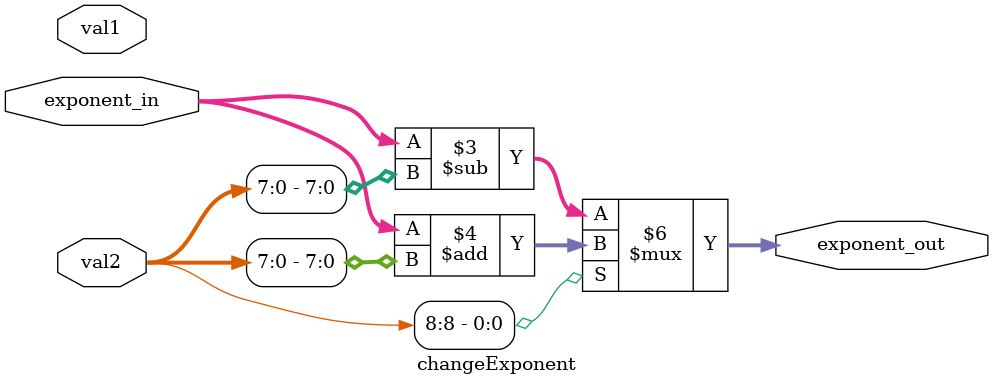
<source format=v>
`timescale 1ns / 1ps

module changeExponent(
    input [7:0] exponent_in,
    input [8:0] val1,
    input [8:0] val2,
    output reg [7:0] exponent_out
    );
    always @(*)
    begin
        if (val2[8] == 0)
            exponent_out = exponent_in - val2[7:0];
        else
            exponent_out = exponent_in + val2[7:0];
    end
endmodule

</source>
